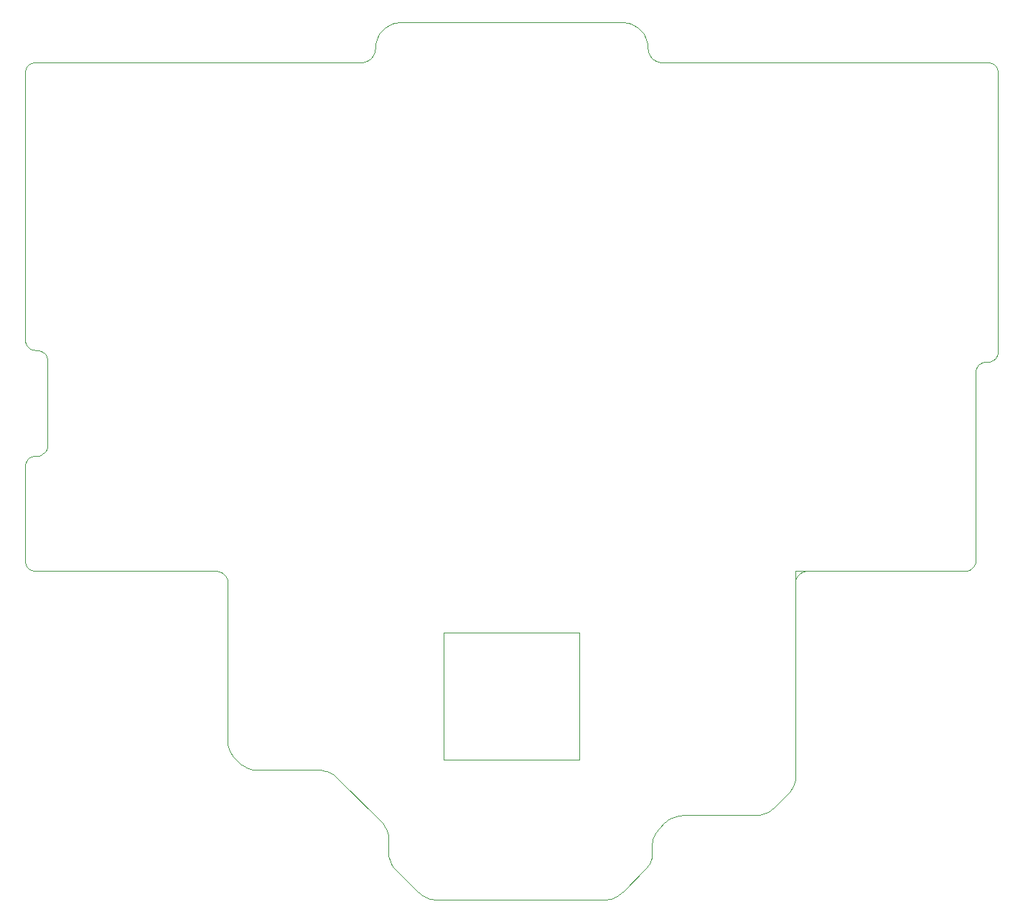
<source format=gm1>
G04*
G04 #@! TF.GenerationSoftware,Altium Limited,Altium Designer,22.11.1 (43)*
G04*
G04 Layer_Color=16711935*
%FSLAX44Y44*%
%MOMM*%
G71*
G04*
G04 #@! TF.SameCoordinates,26F5A4DF-9392-4FF3-A447-0E70128FBBFD*
G04*
G04*
G04 #@! TF.FilePolarity,Positive*
G04*
G01*
G75*
%ADD269C,0.1000*%
D269*
X561700Y110700D02*
X559222Y110456D01*
X556840Y109733D01*
X554644Y108560D01*
X552720Y106980D01*
X551140Y105056D01*
X549967Y102860D01*
X549244Y100478D01*
X549000Y98000D01*
X563050Y110700D02*
X565527Y110944D01*
X567910Y111667D01*
X570106Y112840D01*
X572030Y114420D01*
X573609Y116344D01*
X574783Y118540D01*
X575506Y120922D01*
X575750Y123400D01*
X-572250Y137200D02*
X-572006Y134722D01*
X-571284Y132340D01*
X-570110Y130144D01*
X-568531Y128220D01*
X-566606Y126640D01*
X-564410Y125467D01*
X-562028Y124744D01*
X-559550Y124500D01*
X-545500Y111800D02*
X-545744Y114278D01*
X-546467Y116660D01*
X-547640Y118856D01*
X-549220Y120780D01*
X-551144Y122360D01*
X-553340Y123533D01*
X-555722Y124256D01*
X-558200Y124500D01*
Y-140D02*
X-555722Y104D01*
X-553340Y827D01*
X-551144Y2000D01*
X-549220Y3580D01*
X-547640Y5504D01*
X-546467Y7700D01*
X-545744Y10082D01*
X-545500Y12560D01*
X349450Y-136090D02*
X346972Y-136334D01*
X344590Y-137057D01*
X342394Y-138230D01*
X340469Y-139810D01*
X338890Y-141734D01*
X337716Y-143930D01*
X336994Y-146312D01*
X336750Y-148790D01*
X536300Y-136090D02*
X538778Y-135846D01*
X541160Y-135123D01*
X543356Y-133950D01*
X545280Y-132370D01*
X546860Y-130446D01*
X548033Y-128250D01*
X548756Y-125868D01*
X549000Y-123390D01*
X-333250Y-148790D02*
X-333494Y-146312D01*
X-334217Y-143930D01*
X-335391Y-141734D01*
X-336970Y-139810D01*
X-338895Y-138230D01*
X-341090Y-137057D01*
X-343473Y-136334D01*
X-345950Y-136090D01*
X-572250Y-123390D02*
X-572006Y-125868D01*
X-571284Y-128250D01*
X-570110Y-130446D01*
X-568531Y-132370D01*
X-566606Y-133950D01*
X-564410Y-135123D01*
X-562028Y-135846D01*
X-559550Y-136090D01*
Y-140D02*
X-562028Y-384D01*
X-564410Y-1107D01*
X-566606Y-2280D01*
X-568531Y-3860D01*
X-570110Y-5784D01*
X-571284Y-7980D01*
X-572006Y-10362D01*
X-572250Y-12840D01*
X-559550Y463910D02*
X-562028Y463666D01*
X-564410Y462943D01*
X-566606Y461770D01*
X-568531Y460190D01*
X-570110Y458266D01*
X-571284Y456070D01*
X-572006Y453688D01*
X-572250Y451210D01*
X575750D02*
X575506Y453688D01*
X574783Y456070D01*
X573609Y458266D01*
X572030Y460190D01*
X570106Y461770D01*
X567910Y462943D01*
X565527Y463666D01*
X563050Y463910D01*
X-143250Y-468953D02*
X-143126Y-471473D01*
X-142756Y-473968D01*
X-142143Y-476415D01*
X-141294Y-478790D01*
X-140215Y-481070D01*
X-138918Y-483234D01*
X-137416Y-485260D01*
X-135722Y-487129D01*
X-108481Y-514370D02*
X-106509Y-516177D01*
X-104387Y-517805D01*
X-102131Y-519242D01*
X-99758Y-520477D01*
X-97287Y-521501D01*
X-94736Y-522305D01*
X-92125Y-522884D01*
X-89473Y-523233D01*
X-86801Y-523350D01*
X110950D02*
X113622Y-523233D01*
X116274Y-522884D01*
X118886Y-522305D01*
X121437Y-521501D01*
X123908Y-520477D01*
X126280Y-519242D01*
X128536Y-517805D01*
X130658Y-516177D01*
X132630Y-514370D01*
X159871Y-487129D02*
X161565Y-485260D01*
X163068Y-483234D01*
X164365Y-481070D01*
X165443Y-478790D01*
X166293Y-476415D01*
X166906Y-473968D01*
X167276Y-471473D01*
X167400Y-468953D01*
X327769Y-398231D02*
X329576Y-396259D01*
X331205Y-394136D01*
X332642Y-391880D01*
X333877Y-389508D01*
X334901Y-387037D01*
X335705Y-384486D01*
X336284Y-381874D01*
X336633Y-379222D01*
X336750Y-376550D01*
X289300Y-424000D02*
X291972Y-423883D01*
X294624Y-423534D01*
X297236Y-422955D01*
X299786Y-422151D01*
X302258Y-421127D01*
X304630Y-419892D01*
X306886Y-418455D01*
X309008Y-416827D01*
X310980Y-415020D01*
X203700Y-424000D02*
X201028Y-424117D01*
X198376Y-424466D01*
X195765Y-425045D01*
X193214Y-425849D01*
X190742Y-426873D01*
X188370Y-428108D01*
X186114Y-429545D01*
X183992Y-431173D01*
X182020Y-432980D01*
X176380Y-438620D02*
X174573Y-440592D01*
X172945Y-442714D01*
X171507Y-444970D01*
X170272Y-447343D01*
X169249Y-449814D01*
X168444Y-452365D01*
X167866Y-454976D01*
X167516Y-457628D01*
X167400Y-460300D01*
X-333250Y-335050D02*
X-333134Y-337722D01*
X-332785Y-340374D01*
X-332206Y-342985D01*
X-331401Y-345536D01*
X-330378Y-348007D01*
X-329143Y-350380D01*
X-327705Y-352636D01*
X-326077Y-354758D01*
X-324270Y-356730D01*
X-319480Y-361520D02*
X-317508Y-363327D01*
X-315386Y-364955D01*
X-313130Y-366392D01*
X-310758Y-367627D01*
X-308286Y-368651D01*
X-305735Y-369455D01*
X-303124Y-370034D01*
X-300472Y-370383D01*
X-297800Y-370500D01*
X-204020Y-379480D02*
X-205992Y-377673D01*
X-208114Y-376045D01*
X-210370Y-374608D01*
X-212742Y-373373D01*
X-215214Y-372349D01*
X-217764Y-371545D01*
X-220376Y-370966D01*
X-223028Y-370617D01*
X-225700Y-370500D01*
X-143250Y-452950D02*
X-143367Y-450277D01*
X-143716Y-447626D01*
X-144295Y-445014D01*
X-145099Y-442463D01*
X-146123Y-439992D01*
X-147358Y-437620D01*
X-148795Y-435364D01*
X-150423Y-433242D01*
X-152231Y-431269D01*
X162499Y480910D02*
X162397Y483387D01*
X162090Y485848D01*
X161581Y488275D01*
X160874Y490651D01*
X159973Y492961D01*
X158884Y495188D01*
X157614Y497318D01*
X156174Y499336D01*
X154571Y501228D01*
X152818Y502982D01*
X150926Y504584D01*
X148908Y506025D01*
X146778Y507294D01*
X144550Y508383D01*
X142240Y509285D01*
X139864Y509992D01*
X137437Y510501D01*
X134977Y510808D01*
X132499Y510910D01*
X162499Y480910D02*
X162672Y478491D01*
X163188Y476121D01*
X164036Y473848D01*
X165198Y471719D01*
X166652Y469777D01*
X168367Y468062D01*
X170308Y466609D01*
X172437Y465446D01*
X174710Y464599D01*
X177080Y464083D01*
X179499Y463910D01*
X-176000D02*
X-173581Y464083D01*
X-171210Y464599D01*
X-168938Y465446D01*
X-166809Y466609D01*
X-164867Y468062D01*
X-163152Y469777D01*
X-161699Y471719D01*
X-160536Y473848D01*
X-159689Y476121D01*
X-159173Y478491D01*
X-159000Y480910D01*
X-129000Y510910D02*
X-131477Y510808D01*
X-133938Y510501D01*
X-136364Y509992D01*
X-138741Y509285D01*
X-141051Y508383D01*
X-143278Y507294D01*
X-145408Y506025D01*
X-147426Y504584D01*
X-149318Y502982D01*
X-151072Y501228D01*
X-152674Y499336D01*
X-154115Y497318D01*
X-155384Y495188D01*
X-156473Y492961D01*
X-157374Y490651D01*
X-158082Y488275D01*
X-158591Y485848D01*
X-158897Y483387D01*
X-159000Y480910D01*
X561700Y110700D02*
X563297D01*
X-78250Y-358000D02*
X81750D01*
X-78250D02*
Y-208350D01*
X81750Y-358000D02*
Y-208350D01*
X-78250D02*
X81750D01*
X575750Y123400D02*
X575750Y451210D01*
X549000Y-123390D02*
Y98000D01*
X336750Y-136090D02*
X536300D01*
X-572250Y-123390D02*
Y-12840D01*
X-559550Y-136090D02*
X-345950D01*
X-559550Y124500D02*
X-558135D01*
X-545500Y12560D02*
Y111865D01*
X-572250Y137200D02*
Y451210D01*
X-559550Y-140D02*
X-558200D01*
X-559550Y463910D02*
X-213250D01*
X216750D02*
X563050D01*
X-143250Y-468953D02*
Y-452950D01*
X-86801Y-523350D02*
X110950D01*
X-135722Y-487129D02*
X-108865Y-513986D01*
X132630Y-514370D02*
X133014Y-513986D01*
X159871Y-487129D01*
X203700Y-424000D02*
X289300D01*
X336750Y-317394D02*
Y-136090D01*
Y-376550D02*
Y-317394D01*
X310980Y-415020D02*
X327769Y-398231D01*
X176380Y-438620D02*
X182020Y-432980D01*
X167400Y-468953D02*
Y-460300D01*
X-324270Y-356730D02*
X-319480Y-361520D01*
X-297800Y-370500D02*
X-225700D01*
X-204020Y-379480D02*
X-152231Y-431269D01*
X179499Y463910D02*
X216750D01*
X-213250D02*
X-176000D01*
X-129000Y510910D02*
X132499Y510910D01*
X-333148Y-335050D02*
X-333148Y-148790D01*
M02*

</source>
